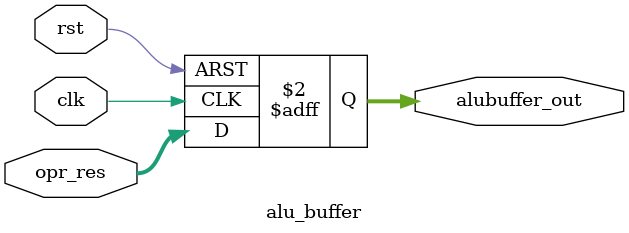
<source format=sv>
module alu_buffer
(
    input  logic        clk,
    input  logic        rst,
    input  logic [31:0] opr_res,
    output logic [31:0] alubuffer_out
);
    always_ff @(posedge clk or posedge rst)
    begin
        if (rst)
            alubuffer_out <= 32'b0;
        else
            alubuffer_out <= opr_res;
    end
endmodule
</source>
